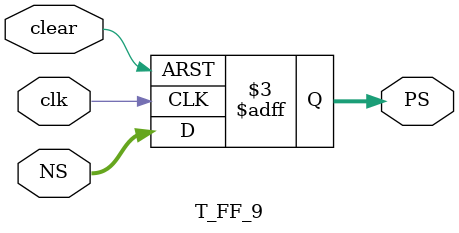
<source format=v>
module part1(SW,LEDR,KEY);
	input [1:0]SW;
	input [0:0]KEY;
	output [9:0]LEDR;
	wire [8:0]PS,NS;
	fsm_helper h(NS[8:0],PS[8:0],SW[1],LEDR[9]);
	T_FF_9 t(SW[0],KEY[0],PS[8:0],NS[8:0]);
	assign LEDR[8:0]=PS[8:0];
endmodule
	

module fsm_helper(Y,y,w,z);
	input [8:0]y;
	input w;
	output [8:0]Y;
	output z;
	assign Y[8]=w&(y[7]|y[8]);
	assign Y[7]=w&y[6];
	assign Y[6]=w&y[5];
	assign Y[5]=w&(y[0]|y[1]|y[2]|y[3]|y[4]);
	assign Y[4]=(~w)&(y[3]|y[4]);
	assign Y[3]=(~w)&y[2];
	assign Y[2]=(~w)&y[1];
	assign Y[1]=(~w)&(y[0]|y[5]|y[6]|y[7]|y[8]);
	assign Y[0]=y[0];
	assign z=y[4]|y[8];
endmodule

module T_FF_9(clear,clk,PS,NS);
	input clear,clk;
	input [8:0]NS;
	output reg [8:0]PS;
	always@(posedge clk, negedge clear)
	begin
		if(~clear)
			PS <= 9'b000000001;
		else
			PS <= NS;
	end
endmodule

</source>
